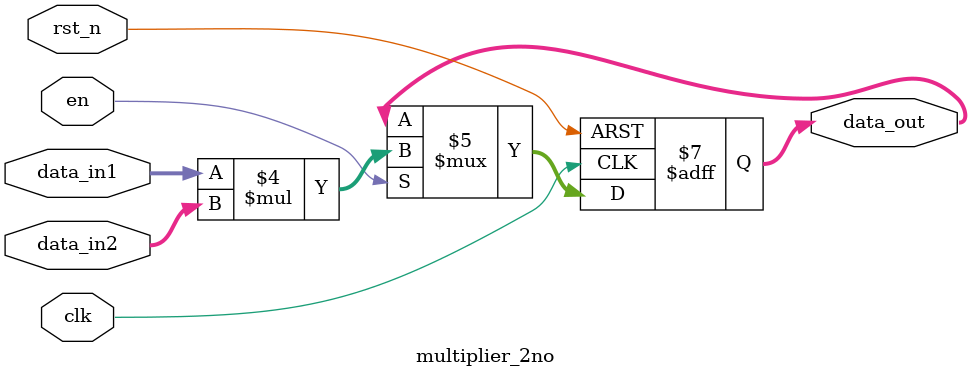
<source format=sv>
module multiplier_top(
  input clk,
  input rst_n,
  input [14:0] data_in1,
  input [14:0] data_in2,
  output reg en,
  output logic [29:0] out_int1,
  output logic [29:0] out_int2,
  output reg [29:0] data_out
);
  
//  logic en;
//  logic [29:0]out_int1, out_int2;
  
  always_ff @(posedge clk or negedge rst_n) begin
    if(!rst_n) begin
      en <= 1'b0;
    end
    else begin
      en <= !en;
    end
  end
  
  multiplier_2no dut1 (.clk(clk),
                       .rst_n(rst_n),
                       .en(en),
                       .data_in1(data_in1),
                       .data_in2(data_in2),
                       .data_out(out_int1)
                      );
  
  multiplier_2no dut2 (.clk(clk),
                       .rst_n(rst_n),
                       .en(!en),
                       .data_in1(data_in1),
                       .data_in2(data_in2),
                       .data_out(out_int2)
                      );
  
  assign data_out = en ? out_int2 : out_int1;
  
endmodule
  

module multiplier_2no (
  input clk,
  input rst_n,
  input en,
  input [14:0] data_in1,
  input [14:0] data_in2,
  output reg [29:0] data_out
);
  
  always_ff @(posedge clk or negedge rst_n) begin
    if(!rst_n) begin
      data_out <= '0;
    end
    else begin
      if(en == 1'b1) begin
        data_out <= data_in1 * data_in2;
      end
    end
  end
  
endmodule
      
</source>
